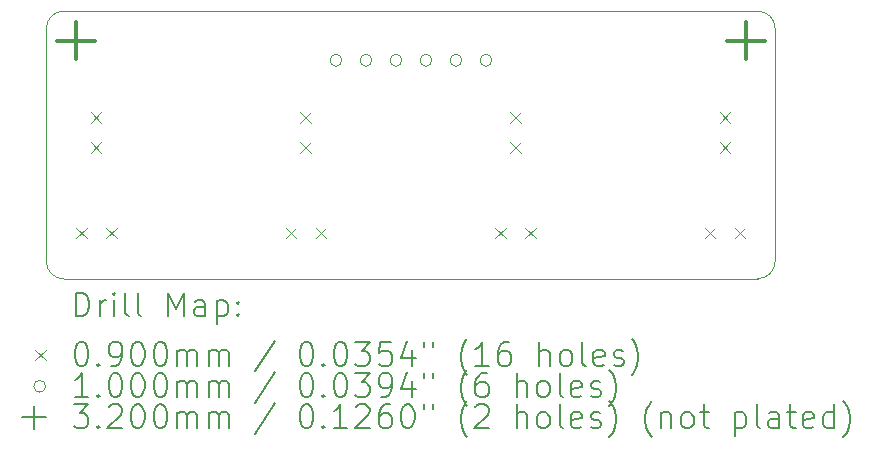
<source format=gbr>
%FSLAX45Y45*%
G04 Gerber Fmt 4.5, Leading zero omitted, Abs format (unit mm)*
G04 Created by KiCad (PCBNEW 6.0.1-79c1e3a40b~116~ubuntu20.04.1) date 2022-02-01 23:37:15*
%MOMM*%
%LPD*%
G01*
G04 APERTURE LIST*
%TA.AperFunction,Profile*%
%ADD10C,0.100000*%
%TD*%
%ADD11C,0.200000*%
%ADD12C,0.090000*%
%ADD13C,0.100000*%
%ADD14C,0.320000*%
G04 APERTURE END LIST*
D10*
X14703934Y-9057934D02*
X14703934Y-7091066D01*
X8681000Y-9209000D02*
X14553934Y-9207934D01*
X8531000Y-9059000D02*
G75*
G03*
X8681000Y-9209000I150000J0D01*
G01*
X14553934Y-6941066D02*
X8681000Y-6941000D01*
X8681000Y-6941000D02*
G75*
G03*
X8531000Y-7091000I0J-150000D01*
G01*
X14553934Y-9207934D02*
G75*
G03*
X14703934Y-9057934I0J150000D01*
G01*
X8531000Y-7091000D02*
X8531000Y-9059000D01*
X14703934Y-7091066D02*
G75*
G03*
X14553934Y-6941066I-150000J0D01*
G01*
D11*
D12*
X8783500Y-8777000D02*
X8873500Y-8867000D01*
X8873500Y-8777000D02*
X8783500Y-8867000D01*
X8909000Y-7799500D02*
X8999000Y-7889500D01*
X8999000Y-7799500D02*
X8909000Y-7889500D01*
X8909000Y-8053500D02*
X8999000Y-8143500D01*
X8999000Y-8053500D02*
X8909000Y-8143500D01*
X9037500Y-8777000D02*
X9127500Y-8867000D01*
X9127500Y-8777000D02*
X9037500Y-8867000D01*
X10558500Y-8777000D02*
X10648500Y-8867000D01*
X10648500Y-8777000D02*
X10558500Y-8867000D01*
X10684000Y-7799500D02*
X10774000Y-7889500D01*
X10774000Y-7799500D02*
X10684000Y-7889500D01*
X10684000Y-8053500D02*
X10774000Y-8143500D01*
X10774000Y-8053500D02*
X10684000Y-8143500D01*
X10812500Y-8777000D02*
X10902500Y-8867000D01*
X10902500Y-8777000D02*
X10812500Y-8867000D01*
X12333500Y-8777000D02*
X12423500Y-8867000D01*
X12423500Y-8777000D02*
X12333500Y-8867000D01*
X12459000Y-7799500D02*
X12549000Y-7889500D01*
X12549000Y-7799500D02*
X12459000Y-7889500D01*
X12459000Y-8053500D02*
X12549000Y-8143500D01*
X12549000Y-8053500D02*
X12459000Y-8143500D01*
X12587500Y-8777000D02*
X12677500Y-8867000D01*
X12677500Y-8777000D02*
X12587500Y-8867000D01*
X14107500Y-8777000D02*
X14197500Y-8867000D01*
X14197500Y-8777000D02*
X14107500Y-8867000D01*
X14234000Y-7799500D02*
X14324000Y-7889500D01*
X14324000Y-7799500D02*
X14234000Y-7889500D01*
X14234000Y-8053500D02*
X14324000Y-8143500D01*
X14324000Y-8053500D02*
X14234000Y-8143500D01*
X14361500Y-8777000D02*
X14451500Y-8867000D01*
X14451500Y-8777000D02*
X14361500Y-8867000D01*
D13*
X11034500Y-7358500D02*
G75*
G03*
X11034500Y-7358500I-50000J0D01*
G01*
X11288500Y-7358500D02*
G75*
G03*
X11288500Y-7358500I-50000J0D01*
G01*
X11542500Y-7358500D02*
G75*
G03*
X11542500Y-7358500I-50000J0D01*
G01*
X11796500Y-7358500D02*
G75*
G03*
X11796500Y-7358500I-50000J0D01*
G01*
X12050500Y-7358500D02*
G75*
G03*
X12050500Y-7358500I-50000J0D01*
G01*
X12304500Y-7358500D02*
G75*
G03*
X12304500Y-7358500I-50000J0D01*
G01*
D14*
X8781000Y-7031000D02*
X8781000Y-7351000D01*
X8621000Y-7191000D02*
X8941000Y-7191000D01*
X14454000Y-7031000D02*
X14454000Y-7351000D01*
X14294000Y-7191000D02*
X14614000Y-7191000D01*
D11*
X8783619Y-9524476D02*
X8783619Y-9324476D01*
X8831238Y-9324476D01*
X8859810Y-9334000D01*
X8878857Y-9353048D01*
X8888381Y-9372095D01*
X8897905Y-9410190D01*
X8897905Y-9438762D01*
X8888381Y-9476857D01*
X8878857Y-9495905D01*
X8859810Y-9514952D01*
X8831238Y-9524476D01*
X8783619Y-9524476D01*
X8983619Y-9524476D02*
X8983619Y-9391143D01*
X8983619Y-9429238D02*
X8993143Y-9410190D01*
X9002667Y-9400667D01*
X9021714Y-9391143D01*
X9040762Y-9391143D01*
X9107429Y-9524476D02*
X9107429Y-9391143D01*
X9107429Y-9324476D02*
X9097905Y-9334000D01*
X9107429Y-9343524D01*
X9116952Y-9334000D01*
X9107429Y-9324476D01*
X9107429Y-9343524D01*
X9231238Y-9524476D02*
X9212190Y-9514952D01*
X9202667Y-9495905D01*
X9202667Y-9324476D01*
X9336000Y-9524476D02*
X9316952Y-9514952D01*
X9307429Y-9495905D01*
X9307429Y-9324476D01*
X9564571Y-9524476D02*
X9564571Y-9324476D01*
X9631238Y-9467333D01*
X9697905Y-9324476D01*
X9697905Y-9524476D01*
X9878857Y-9524476D02*
X9878857Y-9419714D01*
X9869333Y-9400667D01*
X9850286Y-9391143D01*
X9812190Y-9391143D01*
X9793143Y-9400667D01*
X9878857Y-9514952D02*
X9859810Y-9524476D01*
X9812190Y-9524476D01*
X9793143Y-9514952D01*
X9783619Y-9495905D01*
X9783619Y-9476857D01*
X9793143Y-9457810D01*
X9812190Y-9448286D01*
X9859810Y-9448286D01*
X9878857Y-9438762D01*
X9974095Y-9391143D02*
X9974095Y-9591143D01*
X9974095Y-9400667D02*
X9993143Y-9391143D01*
X10031238Y-9391143D01*
X10050286Y-9400667D01*
X10059810Y-9410190D01*
X10069333Y-9429238D01*
X10069333Y-9486381D01*
X10059810Y-9505429D01*
X10050286Y-9514952D01*
X10031238Y-9524476D01*
X9993143Y-9524476D01*
X9974095Y-9514952D01*
X10155048Y-9505429D02*
X10164571Y-9514952D01*
X10155048Y-9524476D01*
X10145524Y-9514952D01*
X10155048Y-9505429D01*
X10155048Y-9524476D01*
X10155048Y-9400667D02*
X10164571Y-9410190D01*
X10155048Y-9419714D01*
X10145524Y-9410190D01*
X10155048Y-9400667D01*
X10155048Y-9419714D01*
D12*
X8436000Y-9809000D02*
X8526000Y-9899000D01*
X8526000Y-9809000D02*
X8436000Y-9899000D01*
D11*
X8821714Y-9744476D02*
X8840762Y-9744476D01*
X8859810Y-9754000D01*
X8869333Y-9763524D01*
X8878857Y-9782571D01*
X8888381Y-9820667D01*
X8888381Y-9868286D01*
X8878857Y-9906381D01*
X8869333Y-9925429D01*
X8859810Y-9934952D01*
X8840762Y-9944476D01*
X8821714Y-9944476D01*
X8802667Y-9934952D01*
X8793143Y-9925429D01*
X8783619Y-9906381D01*
X8774095Y-9868286D01*
X8774095Y-9820667D01*
X8783619Y-9782571D01*
X8793143Y-9763524D01*
X8802667Y-9754000D01*
X8821714Y-9744476D01*
X8974095Y-9925429D02*
X8983619Y-9934952D01*
X8974095Y-9944476D01*
X8964571Y-9934952D01*
X8974095Y-9925429D01*
X8974095Y-9944476D01*
X9078857Y-9944476D02*
X9116952Y-9944476D01*
X9136000Y-9934952D01*
X9145524Y-9925429D01*
X9164571Y-9896857D01*
X9174095Y-9858762D01*
X9174095Y-9782571D01*
X9164571Y-9763524D01*
X9155048Y-9754000D01*
X9136000Y-9744476D01*
X9097905Y-9744476D01*
X9078857Y-9754000D01*
X9069333Y-9763524D01*
X9059810Y-9782571D01*
X9059810Y-9830190D01*
X9069333Y-9849238D01*
X9078857Y-9858762D01*
X9097905Y-9868286D01*
X9136000Y-9868286D01*
X9155048Y-9858762D01*
X9164571Y-9849238D01*
X9174095Y-9830190D01*
X9297905Y-9744476D02*
X9316952Y-9744476D01*
X9336000Y-9754000D01*
X9345524Y-9763524D01*
X9355048Y-9782571D01*
X9364571Y-9820667D01*
X9364571Y-9868286D01*
X9355048Y-9906381D01*
X9345524Y-9925429D01*
X9336000Y-9934952D01*
X9316952Y-9944476D01*
X9297905Y-9944476D01*
X9278857Y-9934952D01*
X9269333Y-9925429D01*
X9259810Y-9906381D01*
X9250286Y-9868286D01*
X9250286Y-9820667D01*
X9259810Y-9782571D01*
X9269333Y-9763524D01*
X9278857Y-9754000D01*
X9297905Y-9744476D01*
X9488381Y-9744476D02*
X9507429Y-9744476D01*
X9526476Y-9754000D01*
X9536000Y-9763524D01*
X9545524Y-9782571D01*
X9555048Y-9820667D01*
X9555048Y-9868286D01*
X9545524Y-9906381D01*
X9536000Y-9925429D01*
X9526476Y-9934952D01*
X9507429Y-9944476D01*
X9488381Y-9944476D01*
X9469333Y-9934952D01*
X9459810Y-9925429D01*
X9450286Y-9906381D01*
X9440762Y-9868286D01*
X9440762Y-9820667D01*
X9450286Y-9782571D01*
X9459810Y-9763524D01*
X9469333Y-9754000D01*
X9488381Y-9744476D01*
X9640762Y-9944476D02*
X9640762Y-9811143D01*
X9640762Y-9830190D02*
X9650286Y-9820667D01*
X9669333Y-9811143D01*
X9697905Y-9811143D01*
X9716952Y-9820667D01*
X9726476Y-9839714D01*
X9726476Y-9944476D01*
X9726476Y-9839714D02*
X9736000Y-9820667D01*
X9755048Y-9811143D01*
X9783619Y-9811143D01*
X9802667Y-9820667D01*
X9812190Y-9839714D01*
X9812190Y-9944476D01*
X9907429Y-9944476D02*
X9907429Y-9811143D01*
X9907429Y-9830190D02*
X9916952Y-9820667D01*
X9936000Y-9811143D01*
X9964571Y-9811143D01*
X9983619Y-9820667D01*
X9993143Y-9839714D01*
X9993143Y-9944476D01*
X9993143Y-9839714D02*
X10002667Y-9820667D01*
X10021714Y-9811143D01*
X10050286Y-9811143D01*
X10069333Y-9820667D01*
X10078857Y-9839714D01*
X10078857Y-9944476D01*
X10469333Y-9734952D02*
X10297905Y-9992095D01*
X10726476Y-9744476D02*
X10745524Y-9744476D01*
X10764571Y-9754000D01*
X10774095Y-9763524D01*
X10783619Y-9782571D01*
X10793143Y-9820667D01*
X10793143Y-9868286D01*
X10783619Y-9906381D01*
X10774095Y-9925429D01*
X10764571Y-9934952D01*
X10745524Y-9944476D01*
X10726476Y-9944476D01*
X10707429Y-9934952D01*
X10697905Y-9925429D01*
X10688381Y-9906381D01*
X10678857Y-9868286D01*
X10678857Y-9820667D01*
X10688381Y-9782571D01*
X10697905Y-9763524D01*
X10707429Y-9754000D01*
X10726476Y-9744476D01*
X10878857Y-9925429D02*
X10888381Y-9934952D01*
X10878857Y-9944476D01*
X10869333Y-9934952D01*
X10878857Y-9925429D01*
X10878857Y-9944476D01*
X11012190Y-9744476D02*
X11031238Y-9744476D01*
X11050286Y-9754000D01*
X11059810Y-9763524D01*
X11069333Y-9782571D01*
X11078857Y-9820667D01*
X11078857Y-9868286D01*
X11069333Y-9906381D01*
X11059810Y-9925429D01*
X11050286Y-9934952D01*
X11031238Y-9944476D01*
X11012190Y-9944476D01*
X10993143Y-9934952D01*
X10983619Y-9925429D01*
X10974095Y-9906381D01*
X10964571Y-9868286D01*
X10964571Y-9820667D01*
X10974095Y-9782571D01*
X10983619Y-9763524D01*
X10993143Y-9754000D01*
X11012190Y-9744476D01*
X11145524Y-9744476D02*
X11269333Y-9744476D01*
X11202667Y-9820667D01*
X11231238Y-9820667D01*
X11250286Y-9830190D01*
X11259809Y-9839714D01*
X11269333Y-9858762D01*
X11269333Y-9906381D01*
X11259809Y-9925429D01*
X11250286Y-9934952D01*
X11231238Y-9944476D01*
X11174095Y-9944476D01*
X11155048Y-9934952D01*
X11145524Y-9925429D01*
X11450286Y-9744476D02*
X11355048Y-9744476D01*
X11345524Y-9839714D01*
X11355048Y-9830190D01*
X11374095Y-9820667D01*
X11421714Y-9820667D01*
X11440762Y-9830190D01*
X11450286Y-9839714D01*
X11459809Y-9858762D01*
X11459809Y-9906381D01*
X11450286Y-9925429D01*
X11440762Y-9934952D01*
X11421714Y-9944476D01*
X11374095Y-9944476D01*
X11355048Y-9934952D01*
X11345524Y-9925429D01*
X11631238Y-9811143D02*
X11631238Y-9944476D01*
X11583619Y-9734952D02*
X11536000Y-9877810D01*
X11659809Y-9877810D01*
X11726476Y-9744476D02*
X11726476Y-9782571D01*
X11802667Y-9744476D02*
X11802667Y-9782571D01*
X12097905Y-10020667D02*
X12088381Y-10011143D01*
X12069333Y-9982571D01*
X12059809Y-9963524D01*
X12050286Y-9934952D01*
X12040762Y-9887333D01*
X12040762Y-9849238D01*
X12050286Y-9801619D01*
X12059809Y-9773048D01*
X12069333Y-9754000D01*
X12088381Y-9725429D01*
X12097905Y-9715905D01*
X12278857Y-9944476D02*
X12164571Y-9944476D01*
X12221714Y-9944476D02*
X12221714Y-9744476D01*
X12202667Y-9773048D01*
X12183619Y-9792095D01*
X12164571Y-9801619D01*
X12450286Y-9744476D02*
X12412190Y-9744476D01*
X12393143Y-9754000D01*
X12383619Y-9763524D01*
X12364571Y-9792095D01*
X12355048Y-9830190D01*
X12355048Y-9906381D01*
X12364571Y-9925429D01*
X12374095Y-9934952D01*
X12393143Y-9944476D01*
X12431238Y-9944476D01*
X12450286Y-9934952D01*
X12459809Y-9925429D01*
X12469333Y-9906381D01*
X12469333Y-9858762D01*
X12459809Y-9839714D01*
X12450286Y-9830190D01*
X12431238Y-9820667D01*
X12393143Y-9820667D01*
X12374095Y-9830190D01*
X12364571Y-9839714D01*
X12355048Y-9858762D01*
X12707428Y-9944476D02*
X12707428Y-9744476D01*
X12793143Y-9944476D02*
X12793143Y-9839714D01*
X12783619Y-9820667D01*
X12764571Y-9811143D01*
X12736000Y-9811143D01*
X12716952Y-9820667D01*
X12707428Y-9830190D01*
X12916952Y-9944476D02*
X12897905Y-9934952D01*
X12888381Y-9925429D01*
X12878857Y-9906381D01*
X12878857Y-9849238D01*
X12888381Y-9830190D01*
X12897905Y-9820667D01*
X12916952Y-9811143D01*
X12945524Y-9811143D01*
X12964571Y-9820667D01*
X12974095Y-9830190D01*
X12983619Y-9849238D01*
X12983619Y-9906381D01*
X12974095Y-9925429D01*
X12964571Y-9934952D01*
X12945524Y-9944476D01*
X12916952Y-9944476D01*
X13097905Y-9944476D02*
X13078857Y-9934952D01*
X13069333Y-9915905D01*
X13069333Y-9744476D01*
X13250286Y-9934952D02*
X13231238Y-9944476D01*
X13193143Y-9944476D01*
X13174095Y-9934952D01*
X13164571Y-9915905D01*
X13164571Y-9839714D01*
X13174095Y-9820667D01*
X13193143Y-9811143D01*
X13231238Y-9811143D01*
X13250286Y-9820667D01*
X13259809Y-9839714D01*
X13259809Y-9858762D01*
X13164571Y-9877810D01*
X13336000Y-9934952D02*
X13355048Y-9944476D01*
X13393143Y-9944476D01*
X13412190Y-9934952D01*
X13421714Y-9915905D01*
X13421714Y-9906381D01*
X13412190Y-9887333D01*
X13393143Y-9877810D01*
X13364571Y-9877810D01*
X13345524Y-9868286D01*
X13336000Y-9849238D01*
X13336000Y-9839714D01*
X13345524Y-9820667D01*
X13364571Y-9811143D01*
X13393143Y-9811143D01*
X13412190Y-9820667D01*
X13488381Y-10020667D02*
X13497905Y-10011143D01*
X13516952Y-9982571D01*
X13526476Y-9963524D01*
X13536000Y-9934952D01*
X13545524Y-9887333D01*
X13545524Y-9849238D01*
X13536000Y-9801619D01*
X13526476Y-9773048D01*
X13516952Y-9754000D01*
X13497905Y-9725429D01*
X13488381Y-9715905D01*
D13*
X8526000Y-10118000D02*
G75*
G03*
X8526000Y-10118000I-50000J0D01*
G01*
D11*
X8888381Y-10208476D02*
X8774095Y-10208476D01*
X8831238Y-10208476D02*
X8831238Y-10008476D01*
X8812190Y-10037048D01*
X8793143Y-10056095D01*
X8774095Y-10065619D01*
X8974095Y-10189429D02*
X8983619Y-10198952D01*
X8974095Y-10208476D01*
X8964571Y-10198952D01*
X8974095Y-10189429D01*
X8974095Y-10208476D01*
X9107429Y-10008476D02*
X9126476Y-10008476D01*
X9145524Y-10018000D01*
X9155048Y-10027524D01*
X9164571Y-10046571D01*
X9174095Y-10084667D01*
X9174095Y-10132286D01*
X9164571Y-10170381D01*
X9155048Y-10189429D01*
X9145524Y-10198952D01*
X9126476Y-10208476D01*
X9107429Y-10208476D01*
X9088381Y-10198952D01*
X9078857Y-10189429D01*
X9069333Y-10170381D01*
X9059810Y-10132286D01*
X9059810Y-10084667D01*
X9069333Y-10046571D01*
X9078857Y-10027524D01*
X9088381Y-10018000D01*
X9107429Y-10008476D01*
X9297905Y-10008476D02*
X9316952Y-10008476D01*
X9336000Y-10018000D01*
X9345524Y-10027524D01*
X9355048Y-10046571D01*
X9364571Y-10084667D01*
X9364571Y-10132286D01*
X9355048Y-10170381D01*
X9345524Y-10189429D01*
X9336000Y-10198952D01*
X9316952Y-10208476D01*
X9297905Y-10208476D01*
X9278857Y-10198952D01*
X9269333Y-10189429D01*
X9259810Y-10170381D01*
X9250286Y-10132286D01*
X9250286Y-10084667D01*
X9259810Y-10046571D01*
X9269333Y-10027524D01*
X9278857Y-10018000D01*
X9297905Y-10008476D01*
X9488381Y-10008476D02*
X9507429Y-10008476D01*
X9526476Y-10018000D01*
X9536000Y-10027524D01*
X9545524Y-10046571D01*
X9555048Y-10084667D01*
X9555048Y-10132286D01*
X9545524Y-10170381D01*
X9536000Y-10189429D01*
X9526476Y-10198952D01*
X9507429Y-10208476D01*
X9488381Y-10208476D01*
X9469333Y-10198952D01*
X9459810Y-10189429D01*
X9450286Y-10170381D01*
X9440762Y-10132286D01*
X9440762Y-10084667D01*
X9450286Y-10046571D01*
X9459810Y-10027524D01*
X9469333Y-10018000D01*
X9488381Y-10008476D01*
X9640762Y-10208476D02*
X9640762Y-10075143D01*
X9640762Y-10094190D02*
X9650286Y-10084667D01*
X9669333Y-10075143D01*
X9697905Y-10075143D01*
X9716952Y-10084667D01*
X9726476Y-10103714D01*
X9726476Y-10208476D01*
X9726476Y-10103714D02*
X9736000Y-10084667D01*
X9755048Y-10075143D01*
X9783619Y-10075143D01*
X9802667Y-10084667D01*
X9812190Y-10103714D01*
X9812190Y-10208476D01*
X9907429Y-10208476D02*
X9907429Y-10075143D01*
X9907429Y-10094190D02*
X9916952Y-10084667D01*
X9936000Y-10075143D01*
X9964571Y-10075143D01*
X9983619Y-10084667D01*
X9993143Y-10103714D01*
X9993143Y-10208476D01*
X9993143Y-10103714D02*
X10002667Y-10084667D01*
X10021714Y-10075143D01*
X10050286Y-10075143D01*
X10069333Y-10084667D01*
X10078857Y-10103714D01*
X10078857Y-10208476D01*
X10469333Y-9998952D02*
X10297905Y-10256095D01*
X10726476Y-10008476D02*
X10745524Y-10008476D01*
X10764571Y-10018000D01*
X10774095Y-10027524D01*
X10783619Y-10046571D01*
X10793143Y-10084667D01*
X10793143Y-10132286D01*
X10783619Y-10170381D01*
X10774095Y-10189429D01*
X10764571Y-10198952D01*
X10745524Y-10208476D01*
X10726476Y-10208476D01*
X10707429Y-10198952D01*
X10697905Y-10189429D01*
X10688381Y-10170381D01*
X10678857Y-10132286D01*
X10678857Y-10084667D01*
X10688381Y-10046571D01*
X10697905Y-10027524D01*
X10707429Y-10018000D01*
X10726476Y-10008476D01*
X10878857Y-10189429D02*
X10888381Y-10198952D01*
X10878857Y-10208476D01*
X10869333Y-10198952D01*
X10878857Y-10189429D01*
X10878857Y-10208476D01*
X11012190Y-10008476D02*
X11031238Y-10008476D01*
X11050286Y-10018000D01*
X11059810Y-10027524D01*
X11069333Y-10046571D01*
X11078857Y-10084667D01*
X11078857Y-10132286D01*
X11069333Y-10170381D01*
X11059810Y-10189429D01*
X11050286Y-10198952D01*
X11031238Y-10208476D01*
X11012190Y-10208476D01*
X10993143Y-10198952D01*
X10983619Y-10189429D01*
X10974095Y-10170381D01*
X10964571Y-10132286D01*
X10964571Y-10084667D01*
X10974095Y-10046571D01*
X10983619Y-10027524D01*
X10993143Y-10018000D01*
X11012190Y-10008476D01*
X11145524Y-10008476D02*
X11269333Y-10008476D01*
X11202667Y-10084667D01*
X11231238Y-10084667D01*
X11250286Y-10094190D01*
X11259809Y-10103714D01*
X11269333Y-10122762D01*
X11269333Y-10170381D01*
X11259809Y-10189429D01*
X11250286Y-10198952D01*
X11231238Y-10208476D01*
X11174095Y-10208476D01*
X11155048Y-10198952D01*
X11145524Y-10189429D01*
X11364571Y-10208476D02*
X11402667Y-10208476D01*
X11421714Y-10198952D01*
X11431238Y-10189429D01*
X11450286Y-10160857D01*
X11459809Y-10122762D01*
X11459809Y-10046571D01*
X11450286Y-10027524D01*
X11440762Y-10018000D01*
X11421714Y-10008476D01*
X11383619Y-10008476D01*
X11364571Y-10018000D01*
X11355048Y-10027524D01*
X11345524Y-10046571D01*
X11345524Y-10094190D01*
X11355048Y-10113238D01*
X11364571Y-10122762D01*
X11383619Y-10132286D01*
X11421714Y-10132286D01*
X11440762Y-10122762D01*
X11450286Y-10113238D01*
X11459809Y-10094190D01*
X11631238Y-10075143D02*
X11631238Y-10208476D01*
X11583619Y-9998952D02*
X11536000Y-10141810D01*
X11659809Y-10141810D01*
X11726476Y-10008476D02*
X11726476Y-10046571D01*
X11802667Y-10008476D02*
X11802667Y-10046571D01*
X12097905Y-10284667D02*
X12088381Y-10275143D01*
X12069333Y-10246571D01*
X12059809Y-10227524D01*
X12050286Y-10198952D01*
X12040762Y-10151333D01*
X12040762Y-10113238D01*
X12050286Y-10065619D01*
X12059809Y-10037048D01*
X12069333Y-10018000D01*
X12088381Y-9989429D01*
X12097905Y-9979905D01*
X12259809Y-10008476D02*
X12221714Y-10008476D01*
X12202667Y-10018000D01*
X12193143Y-10027524D01*
X12174095Y-10056095D01*
X12164571Y-10094190D01*
X12164571Y-10170381D01*
X12174095Y-10189429D01*
X12183619Y-10198952D01*
X12202667Y-10208476D01*
X12240762Y-10208476D01*
X12259809Y-10198952D01*
X12269333Y-10189429D01*
X12278857Y-10170381D01*
X12278857Y-10122762D01*
X12269333Y-10103714D01*
X12259809Y-10094190D01*
X12240762Y-10084667D01*
X12202667Y-10084667D01*
X12183619Y-10094190D01*
X12174095Y-10103714D01*
X12164571Y-10122762D01*
X12516952Y-10208476D02*
X12516952Y-10008476D01*
X12602667Y-10208476D02*
X12602667Y-10103714D01*
X12593143Y-10084667D01*
X12574095Y-10075143D01*
X12545524Y-10075143D01*
X12526476Y-10084667D01*
X12516952Y-10094190D01*
X12726476Y-10208476D02*
X12707428Y-10198952D01*
X12697905Y-10189429D01*
X12688381Y-10170381D01*
X12688381Y-10113238D01*
X12697905Y-10094190D01*
X12707428Y-10084667D01*
X12726476Y-10075143D01*
X12755048Y-10075143D01*
X12774095Y-10084667D01*
X12783619Y-10094190D01*
X12793143Y-10113238D01*
X12793143Y-10170381D01*
X12783619Y-10189429D01*
X12774095Y-10198952D01*
X12755048Y-10208476D01*
X12726476Y-10208476D01*
X12907428Y-10208476D02*
X12888381Y-10198952D01*
X12878857Y-10179905D01*
X12878857Y-10008476D01*
X13059809Y-10198952D02*
X13040762Y-10208476D01*
X13002667Y-10208476D01*
X12983619Y-10198952D01*
X12974095Y-10179905D01*
X12974095Y-10103714D01*
X12983619Y-10084667D01*
X13002667Y-10075143D01*
X13040762Y-10075143D01*
X13059809Y-10084667D01*
X13069333Y-10103714D01*
X13069333Y-10122762D01*
X12974095Y-10141810D01*
X13145524Y-10198952D02*
X13164571Y-10208476D01*
X13202667Y-10208476D01*
X13221714Y-10198952D01*
X13231238Y-10179905D01*
X13231238Y-10170381D01*
X13221714Y-10151333D01*
X13202667Y-10141810D01*
X13174095Y-10141810D01*
X13155048Y-10132286D01*
X13145524Y-10113238D01*
X13145524Y-10103714D01*
X13155048Y-10084667D01*
X13174095Y-10075143D01*
X13202667Y-10075143D01*
X13221714Y-10084667D01*
X13297905Y-10284667D02*
X13307428Y-10275143D01*
X13326476Y-10246571D01*
X13336000Y-10227524D01*
X13345524Y-10198952D01*
X13355048Y-10151333D01*
X13355048Y-10113238D01*
X13345524Y-10065619D01*
X13336000Y-10037048D01*
X13326476Y-10018000D01*
X13307428Y-9989429D01*
X13297905Y-9979905D01*
X8426000Y-10282000D02*
X8426000Y-10482000D01*
X8326000Y-10382000D02*
X8526000Y-10382000D01*
X8764571Y-10272476D02*
X8888381Y-10272476D01*
X8821714Y-10348667D01*
X8850286Y-10348667D01*
X8869333Y-10358190D01*
X8878857Y-10367714D01*
X8888381Y-10386762D01*
X8888381Y-10434381D01*
X8878857Y-10453429D01*
X8869333Y-10462952D01*
X8850286Y-10472476D01*
X8793143Y-10472476D01*
X8774095Y-10462952D01*
X8764571Y-10453429D01*
X8974095Y-10453429D02*
X8983619Y-10462952D01*
X8974095Y-10472476D01*
X8964571Y-10462952D01*
X8974095Y-10453429D01*
X8974095Y-10472476D01*
X9059810Y-10291524D02*
X9069333Y-10282000D01*
X9088381Y-10272476D01*
X9136000Y-10272476D01*
X9155048Y-10282000D01*
X9164571Y-10291524D01*
X9174095Y-10310571D01*
X9174095Y-10329619D01*
X9164571Y-10358190D01*
X9050286Y-10472476D01*
X9174095Y-10472476D01*
X9297905Y-10272476D02*
X9316952Y-10272476D01*
X9336000Y-10282000D01*
X9345524Y-10291524D01*
X9355048Y-10310571D01*
X9364571Y-10348667D01*
X9364571Y-10396286D01*
X9355048Y-10434381D01*
X9345524Y-10453429D01*
X9336000Y-10462952D01*
X9316952Y-10472476D01*
X9297905Y-10472476D01*
X9278857Y-10462952D01*
X9269333Y-10453429D01*
X9259810Y-10434381D01*
X9250286Y-10396286D01*
X9250286Y-10348667D01*
X9259810Y-10310571D01*
X9269333Y-10291524D01*
X9278857Y-10282000D01*
X9297905Y-10272476D01*
X9488381Y-10272476D02*
X9507429Y-10272476D01*
X9526476Y-10282000D01*
X9536000Y-10291524D01*
X9545524Y-10310571D01*
X9555048Y-10348667D01*
X9555048Y-10396286D01*
X9545524Y-10434381D01*
X9536000Y-10453429D01*
X9526476Y-10462952D01*
X9507429Y-10472476D01*
X9488381Y-10472476D01*
X9469333Y-10462952D01*
X9459810Y-10453429D01*
X9450286Y-10434381D01*
X9440762Y-10396286D01*
X9440762Y-10348667D01*
X9450286Y-10310571D01*
X9459810Y-10291524D01*
X9469333Y-10282000D01*
X9488381Y-10272476D01*
X9640762Y-10472476D02*
X9640762Y-10339143D01*
X9640762Y-10358190D02*
X9650286Y-10348667D01*
X9669333Y-10339143D01*
X9697905Y-10339143D01*
X9716952Y-10348667D01*
X9726476Y-10367714D01*
X9726476Y-10472476D01*
X9726476Y-10367714D02*
X9736000Y-10348667D01*
X9755048Y-10339143D01*
X9783619Y-10339143D01*
X9802667Y-10348667D01*
X9812190Y-10367714D01*
X9812190Y-10472476D01*
X9907429Y-10472476D02*
X9907429Y-10339143D01*
X9907429Y-10358190D02*
X9916952Y-10348667D01*
X9936000Y-10339143D01*
X9964571Y-10339143D01*
X9983619Y-10348667D01*
X9993143Y-10367714D01*
X9993143Y-10472476D01*
X9993143Y-10367714D02*
X10002667Y-10348667D01*
X10021714Y-10339143D01*
X10050286Y-10339143D01*
X10069333Y-10348667D01*
X10078857Y-10367714D01*
X10078857Y-10472476D01*
X10469333Y-10262952D02*
X10297905Y-10520095D01*
X10726476Y-10272476D02*
X10745524Y-10272476D01*
X10764571Y-10282000D01*
X10774095Y-10291524D01*
X10783619Y-10310571D01*
X10793143Y-10348667D01*
X10793143Y-10396286D01*
X10783619Y-10434381D01*
X10774095Y-10453429D01*
X10764571Y-10462952D01*
X10745524Y-10472476D01*
X10726476Y-10472476D01*
X10707429Y-10462952D01*
X10697905Y-10453429D01*
X10688381Y-10434381D01*
X10678857Y-10396286D01*
X10678857Y-10348667D01*
X10688381Y-10310571D01*
X10697905Y-10291524D01*
X10707429Y-10282000D01*
X10726476Y-10272476D01*
X10878857Y-10453429D02*
X10888381Y-10462952D01*
X10878857Y-10472476D01*
X10869333Y-10462952D01*
X10878857Y-10453429D01*
X10878857Y-10472476D01*
X11078857Y-10472476D02*
X10964571Y-10472476D01*
X11021714Y-10472476D02*
X11021714Y-10272476D01*
X11002667Y-10301048D01*
X10983619Y-10320095D01*
X10964571Y-10329619D01*
X11155048Y-10291524D02*
X11164571Y-10282000D01*
X11183619Y-10272476D01*
X11231238Y-10272476D01*
X11250286Y-10282000D01*
X11259809Y-10291524D01*
X11269333Y-10310571D01*
X11269333Y-10329619D01*
X11259809Y-10358190D01*
X11145524Y-10472476D01*
X11269333Y-10472476D01*
X11440762Y-10272476D02*
X11402667Y-10272476D01*
X11383619Y-10282000D01*
X11374095Y-10291524D01*
X11355048Y-10320095D01*
X11345524Y-10358190D01*
X11345524Y-10434381D01*
X11355048Y-10453429D01*
X11364571Y-10462952D01*
X11383619Y-10472476D01*
X11421714Y-10472476D01*
X11440762Y-10462952D01*
X11450286Y-10453429D01*
X11459809Y-10434381D01*
X11459809Y-10386762D01*
X11450286Y-10367714D01*
X11440762Y-10358190D01*
X11421714Y-10348667D01*
X11383619Y-10348667D01*
X11364571Y-10358190D01*
X11355048Y-10367714D01*
X11345524Y-10386762D01*
X11583619Y-10272476D02*
X11602667Y-10272476D01*
X11621714Y-10282000D01*
X11631238Y-10291524D01*
X11640762Y-10310571D01*
X11650286Y-10348667D01*
X11650286Y-10396286D01*
X11640762Y-10434381D01*
X11631238Y-10453429D01*
X11621714Y-10462952D01*
X11602667Y-10472476D01*
X11583619Y-10472476D01*
X11564571Y-10462952D01*
X11555048Y-10453429D01*
X11545524Y-10434381D01*
X11536000Y-10396286D01*
X11536000Y-10348667D01*
X11545524Y-10310571D01*
X11555048Y-10291524D01*
X11564571Y-10282000D01*
X11583619Y-10272476D01*
X11726476Y-10272476D02*
X11726476Y-10310571D01*
X11802667Y-10272476D02*
X11802667Y-10310571D01*
X12097905Y-10548667D02*
X12088381Y-10539143D01*
X12069333Y-10510571D01*
X12059809Y-10491524D01*
X12050286Y-10462952D01*
X12040762Y-10415333D01*
X12040762Y-10377238D01*
X12050286Y-10329619D01*
X12059809Y-10301048D01*
X12069333Y-10282000D01*
X12088381Y-10253429D01*
X12097905Y-10243905D01*
X12164571Y-10291524D02*
X12174095Y-10282000D01*
X12193143Y-10272476D01*
X12240762Y-10272476D01*
X12259809Y-10282000D01*
X12269333Y-10291524D01*
X12278857Y-10310571D01*
X12278857Y-10329619D01*
X12269333Y-10358190D01*
X12155048Y-10472476D01*
X12278857Y-10472476D01*
X12516952Y-10472476D02*
X12516952Y-10272476D01*
X12602667Y-10472476D02*
X12602667Y-10367714D01*
X12593143Y-10348667D01*
X12574095Y-10339143D01*
X12545524Y-10339143D01*
X12526476Y-10348667D01*
X12516952Y-10358190D01*
X12726476Y-10472476D02*
X12707428Y-10462952D01*
X12697905Y-10453429D01*
X12688381Y-10434381D01*
X12688381Y-10377238D01*
X12697905Y-10358190D01*
X12707428Y-10348667D01*
X12726476Y-10339143D01*
X12755048Y-10339143D01*
X12774095Y-10348667D01*
X12783619Y-10358190D01*
X12793143Y-10377238D01*
X12793143Y-10434381D01*
X12783619Y-10453429D01*
X12774095Y-10462952D01*
X12755048Y-10472476D01*
X12726476Y-10472476D01*
X12907428Y-10472476D02*
X12888381Y-10462952D01*
X12878857Y-10443905D01*
X12878857Y-10272476D01*
X13059809Y-10462952D02*
X13040762Y-10472476D01*
X13002667Y-10472476D01*
X12983619Y-10462952D01*
X12974095Y-10443905D01*
X12974095Y-10367714D01*
X12983619Y-10348667D01*
X13002667Y-10339143D01*
X13040762Y-10339143D01*
X13059809Y-10348667D01*
X13069333Y-10367714D01*
X13069333Y-10386762D01*
X12974095Y-10405810D01*
X13145524Y-10462952D02*
X13164571Y-10472476D01*
X13202667Y-10472476D01*
X13221714Y-10462952D01*
X13231238Y-10443905D01*
X13231238Y-10434381D01*
X13221714Y-10415333D01*
X13202667Y-10405810D01*
X13174095Y-10405810D01*
X13155048Y-10396286D01*
X13145524Y-10377238D01*
X13145524Y-10367714D01*
X13155048Y-10348667D01*
X13174095Y-10339143D01*
X13202667Y-10339143D01*
X13221714Y-10348667D01*
X13297905Y-10548667D02*
X13307428Y-10539143D01*
X13326476Y-10510571D01*
X13336000Y-10491524D01*
X13345524Y-10462952D01*
X13355048Y-10415333D01*
X13355048Y-10377238D01*
X13345524Y-10329619D01*
X13336000Y-10301048D01*
X13326476Y-10282000D01*
X13307428Y-10253429D01*
X13297905Y-10243905D01*
X13659809Y-10548667D02*
X13650286Y-10539143D01*
X13631238Y-10510571D01*
X13621714Y-10491524D01*
X13612190Y-10462952D01*
X13602667Y-10415333D01*
X13602667Y-10377238D01*
X13612190Y-10329619D01*
X13621714Y-10301048D01*
X13631238Y-10282000D01*
X13650286Y-10253429D01*
X13659809Y-10243905D01*
X13736000Y-10339143D02*
X13736000Y-10472476D01*
X13736000Y-10358190D02*
X13745524Y-10348667D01*
X13764571Y-10339143D01*
X13793143Y-10339143D01*
X13812190Y-10348667D01*
X13821714Y-10367714D01*
X13821714Y-10472476D01*
X13945524Y-10472476D02*
X13926476Y-10462952D01*
X13916952Y-10453429D01*
X13907428Y-10434381D01*
X13907428Y-10377238D01*
X13916952Y-10358190D01*
X13926476Y-10348667D01*
X13945524Y-10339143D01*
X13974095Y-10339143D01*
X13993143Y-10348667D01*
X14002667Y-10358190D01*
X14012190Y-10377238D01*
X14012190Y-10434381D01*
X14002667Y-10453429D01*
X13993143Y-10462952D01*
X13974095Y-10472476D01*
X13945524Y-10472476D01*
X14069333Y-10339143D02*
X14145524Y-10339143D01*
X14097905Y-10272476D02*
X14097905Y-10443905D01*
X14107428Y-10462952D01*
X14126476Y-10472476D01*
X14145524Y-10472476D01*
X14364571Y-10339143D02*
X14364571Y-10539143D01*
X14364571Y-10348667D02*
X14383619Y-10339143D01*
X14421714Y-10339143D01*
X14440762Y-10348667D01*
X14450286Y-10358190D01*
X14459809Y-10377238D01*
X14459809Y-10434381D01*
X14450286Y-10453429D01*
X14440762Y-10462952D01*
X14421714Y-10472476D01*
X14383619Y-10472476D01*
X14364571Y-10462952D01*
X14574095Y-10472476D02*
X14555048Y-10462952D01*
X14545524Y-10443905D01*
X14545524Y-10272476D01*
X14736000Y-10472476D02*
X14736000Y-10367714D01*
X14726476Y-10348667D01*
X14707428Y-10339143D01*
X14669333Y-10339143D01*
X14650286Y-10348667D01*
X14736000Y-10462952D02*
X14716952Y-10472476D01*
X14669333Y-10472476D01*
X14650286Y-10462952D01*
X14640762Y-10443905D01*
X14640762Y-10424857D01*
X14650286Y-10405810D01*
X14669333Y-10396286D01*
X14716952Y-10396286D01*
X14736000Y-10386762D01*
X14802667Y-10339143D02*
X14878857Y-10339143D01*
X14831238Y-10272476D02*
X14831238Y-10443905D01*
X14840762Y-10462952D01*
X14859809Y-10472476D01*
X14878857Y-10472476D01*
X15021714Y-10462952D02*
X15002667Y-10472476D01*
X14964571Y-10472476D01*
X14945524Y-10462952D01*
X14936000Y-10443905D01*
X14936000Y-10367714D01*
X14945524Y-10348667D01*
X14964571Y-10339143D01*
X15002667Y-10339143D01*
X15021714Y-10348667D01*
X15031238Y-10367714D01*
X15031238Y-10386762D01*
X14936000Y-10405810D01*
X15202667Y-10472476D02*
X15202667Y-10272476D01*
X15202667Y-10462952D02*
X15183619Y-10472476D01*
X15145524Y-10472476D01*
X15126476Y-10462952D01*
X15116952Y-10453429D01*
X15107428Y-10434381D01*
X15107428Y-10377238D01*
X15116952Y-10358190D01*
X15126476Y-10348667D01*
X15145524Y-10339143D01*
X15183619Y-10339143D01*
X15202667Y-10348667D01*
X15278857Y-10548667D02*
X15288381Y-10539143D01*
X15307428Y-10510571D01*
X15316952Y-10491524D01*
X15326476Y-10462952D01*
X15336000Y-10415333D01*
X15336000Y-10377238D01*
X15326476Y-10329619D01*
X15316952Y-10301048D01*
X15307428Y-10282000D01*
X15288381Y-10253429D01*
X15278857Y-10243905D01*
M02*

</source>
